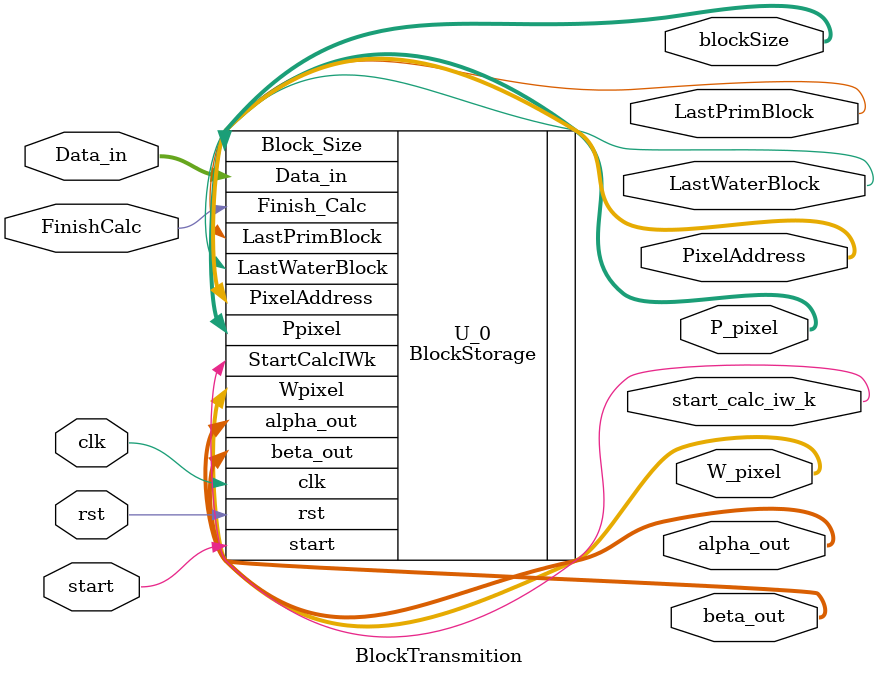
<source format=v>

`resetall
`timescale 1ns/10ps
module BlockTransmition #(
   // synopsys template
   parameter Data_Depth      = 8,
   parameter Max_block_size  = 5184,
   parameter amba_addr_depth = 20,
   parameter amba_word       = 16
)
( 
   // Port Declarations
   input   wire    [amba_word-1:0]        Data_in, 
   input   wire                           FinishCalc, 
   input   wire                           clk, 
   input   wire                           rst, 
   input   wire                           start, 
   output  wire                           LastPrimBlock, 
   output  wire                           LastWaterBlock, 
   output  wire    [Data_Depth-1:0]       P_pixel, 
   output  wire    [amba_addr_depth-1:0]  PixelAddress, 
   output  wire    [Data_Depth-1:0]       W_pixel, 
   output  wire    [6:0]                  alpha_out, 
   output  wire    [5:0]                  beta_out, 
   output  wire    [9:0]                  blockSize, 
   output  wire                           start_calc_iw_k
);


// Internal Declarations


// Local declarations

// Internal signal declarations


// Instances 
BlockStorage #(20,16,5184,8) U_0( 
   .Data_in         (Data_in), 
   .Finish_Calc      (FinishCalc), 
   .LastPrimBlock   (LastPrimBlock), 
   .LastWaterBlock  (LastWaterBlock), 
   .Ppixel         (P_pixel), 
   .PixelAddress    (PixelAddress), 
   .Wpixel         (W_pixel), 
   .alpha_out       (alpha_out), 
   .beta_out        (beta_out), 
   .Block_Size       (blockSize), 
   .clk             (clk), 
   .rst             (rst), 
   .start           (start), 
   .StartCalcIWk (start_calc_iw_k)
); 


endmodule // BlockTransmition


</source>
